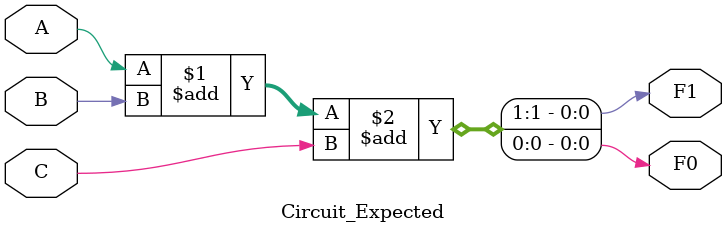
<source format=v>
`timescale 1ns / 1ps
module Circuit_Expected(
    input A,
    input B,
    input C,
    output F0,
    output F1
    );
    
    // Write the code for the expected circuit either structurally or behaviorally. 
    assign {F1, F0} = A + B + C;        // behaviorial              
   
endmodule
</source>
